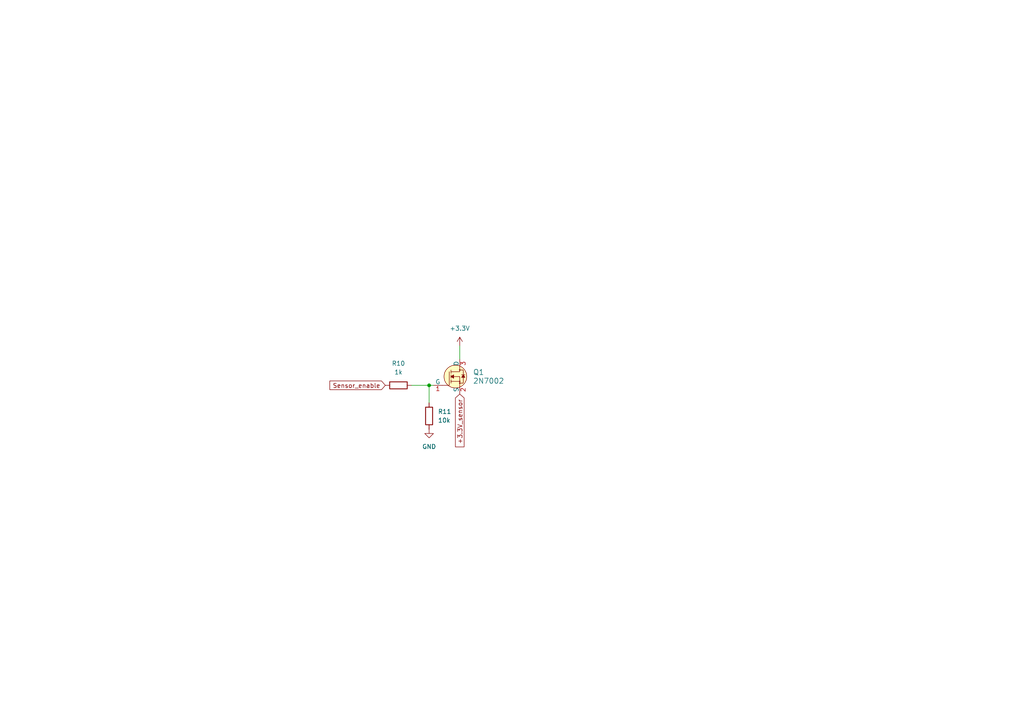
<source format=kicad_sch>
(kicad_sch (version 20250114) (generator "eeschema") (generator_version "9.0")
  (paper "A4")
  (lib_symbols
    (symbol "Device:R" (pin_numbers (hide yes)) (pin_names (offset 0))
      (property "Reference" "R" (at 2.032 0 90))
      (property "Value" "R" (at 0 0 90))
      (symbol "R_0_1"
        (rectangle (start -1.016 -2.54) (end 1.016 2.54) (stroke (width 0.254)))
      )
      (symbol "R_1_1"
        (pin passive line (at 0 3.81 270) (length 1.27) (name "~") (number "1"))
        (pin passive line (at 0 -3.81 90) (length 1.27) (name "~") (number "2"))
      )
    )
    (symbol "dk_Transistors-FETs-MOSFETs-Single:2N7002" (pin_names (offset 0))
      (property "Reference" "Q" (at -2.6924 3.6322 0))
      (property "Value" "2N7002" (at 3.4544 0 90))
      (symbol "2N7002_0_1"
        (polyline (pts (xy -5.08 -2.54) (xy -3.048 -2.54) (xy -3.048 1.397)))
        (circle (center -1.27 0) (radius 3.302) (fill (type background)))
        (polyline (pts (xy -0.127 -1.905) (xy 1.016 -1.905) (xy 1.016 1.397) (xy 1.016 1.905) (xy -0.127 1.905)))
        (polyline (pts (xy 0 2.54) (xy 0 1.397) (xy -2.54 1.397)))
        (circle (center 0 1.905) (radius 0.127))
        (polyline (pts (xy 0 -1.397) (xy -2.54 -1.397)))
        (circle (center 0 -1.397) (radius 0.127))
        (circle (center 0 -1.905) (radius 0.127))
        (polyline (pts (xy 0 -2.54) (xy 0 0) (xy -2.54 0)))
      )
      (symbol "2N7002_1_1"
        (polyline (pts (xy -2.54 1.905) (xy -2.54 0.889)))
        (polyline (pts (xy -2.54 0) (xy -2.54 0.508)))
        (polyline (pts (xy -2.54 0) (xy -2.54 -0.508)))
        (polyline (pts (xy -2.54 0) (xy -1.778 0.508) (xy -1.778 -0.508) (xy -2.54 0)) (fill (type outline)))
        (polyline (pts (xy -2.54 -1.397) (xy -2.54 -0.889)))
        (polyline (pts (xy -2.54 -1.397) (xy -2.54 -1.905)))
        (polyline (pts (xy 1.016 0.508) (xy 0.508 -0.254) (xy 1.524 -0.254) (xy 1.016 0.508)) (fill (type outline)))
        (polyline (pts (xy 1.524 0.508) (xy 0.508 0.508)))
        (pin bidirectional line (at -7.62 -2.54 0) (length 2.54) (name "G") (number "1"))
        (pin bidirectional line (at 0 5.08 270) (length 2.54) (name "D") (number "3"))
        (pin bidirectional line (at 0 -5.08 90) (length 2.54) (name "S") (number "2"))
      )
    )
    (symbol "power:+3.3V" (power) (pin_numbers (hide yes)) (pin_names (offset 0) (hide yes))
      (property "Value" "+3.3V" (at 0 3.556 0))
      (symbol "+3.3V_0_1"
        (polyline (pts (xy -0.762 1.27) (xy 0 2.54)))
        (polyline (pts (xy 0 2.54) (xy 0.762 1.27)))
        (polyline (pts (xy 0 0) (xy 0 2.54)))
      )
      (symbol "+3.3V_1_1"
        (pin power_in line (at 0 0 90) (length 0) (name "~") (number "1"))
      )
    )
    (symbol "power:GND" (power) (pin_numbers (hide yes)) (pin_names (offset 0) (hide yes))
      (property "Value" "GND" (at 0 -3.81 0))
      (symbol "GND_0_1"
        (polyline (pts (xy 0 0) (xy 0 -1.27) (xy 1.27 -1.27) (xy 0 -2.54) (xy -1.27 -1.27) (xy 0 -1.27)))
      )
      (symbol "GND_1_1"
        (pin power_in line (at 0 0 270) (length 0) (name "~") (number "1"))
      )
    )
  )
  (junction (at 124.46 111.76))
  (wire (pts (xy 124.46 111.76) (xy 124.46 116.84)))
  (wire (pts (xy 125.73 111.76) (xy 124.46 111.76)))
  (wire (pts (xy 119.38 111.76) (xy 124.46 111.76)))
  (wire (pts (xy 133.35 100.33) (xy 133.35 104.14)))
  (global_label "+3.3V_sensor" (shape input) (at 133.35 114.3 270) (property "Intersheetrefs" "${INTERSHEET_REFS}" (effects (hide yes))))
  (global_label "Sensor_enable" (shape input) (at 111.76 111.76 180) (property "Intersheetrefs" "${INTERSHEET_REFS}" (effects (hide yes))))
  (symbol (lib_id "power:+3.3V") (at 133.35 100.33 0) (unit 1)
    (property "Reference" "#PWR032" (effects (hide yes)))
    (property "Value" "+3.3V" (at 133.35 95.25 0))
    (property "Description" "Power symbol creates a global label with name \"+3.3V\"" (effects (hide yes)))
  )
  (symbol (lib_id "Device:R") (at 124.46 120.65 180) (unit 1)
    (property "Reference" "R11" (at 127 119.3799 0) (effects (justify right)))
    (property "Value" "10k" (at 127 121.9199 0) (effects (justify right)))
    (property "Footprint" "Resistor_SMD:R_0402_1005Metric" (effects (hide yes)))
    (property "Description" "Resistor" (effects (hide yes)))
  )
  (symbol (lib_id "Device:R") (at 115.57 111.76 90) (unit 1)
    (property "Reference" "R10" (at 115.57 105.41 90))
    (property "Value" "1k" (at 115.57 107.95 90))
    (property "Footprint" "Resistor_SMD:R_0402_1005Metric" (effects (hide yes)))
    (property "Description" "Resistor" (effects (hide yes)))
  )
  (symbol (lib_id "dk_Transistors-FETs-MOSFETs-Single:2N7002") (at 133.35 109.22 0) (unit 1)
    (property "Reference" "Q1" (at 137.16 107.9499 0) (effects (font (size 1.524 1.524)) (justify left)))
    (property "Value" "2N7002" (at 137.16 110.4899 0) (effects (font (size 1.524 1.524)) (justify left)))
    (property "Footprint" "Package_TO_SOT_SMD:SOT-23" (effects (hide yes)))
    (property "Datasheet" "https://www.onsemi.com/pub/Collateral/NDS7002A-D.PDF" (effects (hide yes)))
    (property "Description" "MOSFET N-CH 60V 115MA SOT-23" (effects (hide yes)))
    (property "Digi-Key_PN" "2N7002NCT-ND" (effects (hide yes)))
    (property "MPN" "2N7002" (effects (hide yes)))
    (property "Category" "Discrete Semiconductor Products" (effects (hide yes)))
    (property "Family" "Transistors - FETs, MOSFETs - Single" (effects (hide yes)))
    (property "DK_Datasheet_Link" "https://www.onsemi.com/pub/Collateral/NDS7002A-D.PDF" (effects (hide yes)))
    (property "DK_Detail_Page" "/product-detail/en/on-semiconductor/2N7002/2N7002NCT-ND/244664" (effects (hide yes)))
    (property "Description_1" "MOSFET N-CH 60V 115MA SOT-23" (effects (hide yes)))
    (property "Manufacturer" "ON Semiconductor" (effects (hide yes)))
    (property "Status" "Active" (effects (hide yes)))
  )
  (symbol (lib_id "power:GND") (at 124.46 124.46 0) (unit 1)
    (property "Reference" "#PWR031" (effects (hide yes)))
    (property "Value" "GND" (at 124.46 129.54 0))
    (property "Description" "Power symbol creates a global label with name \"GND\" , ground" (effects (hide yes)))
  )
)
</source>
